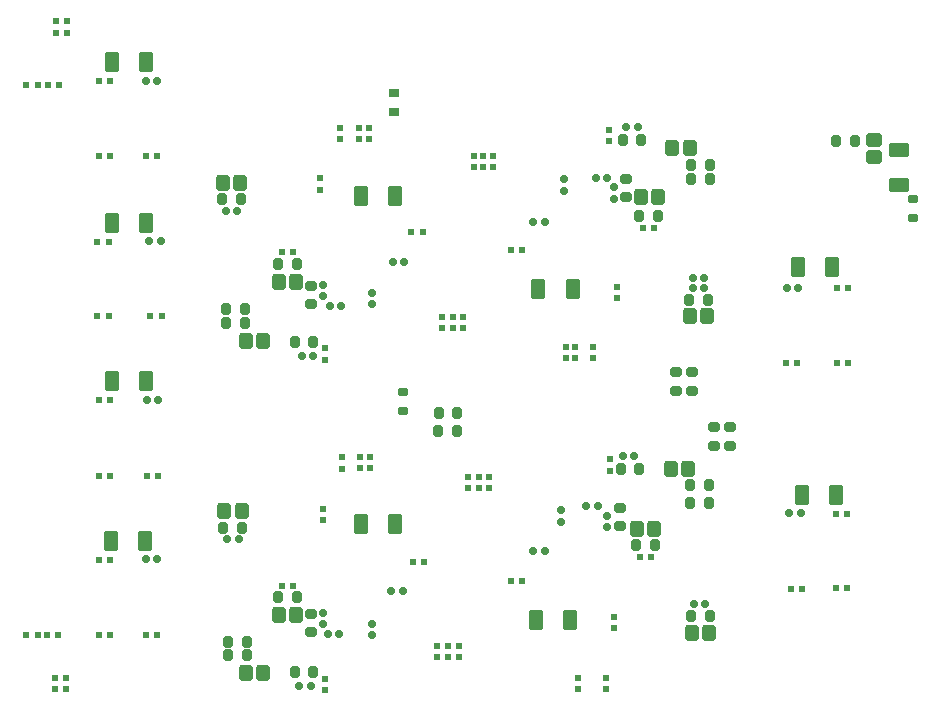
<source format=gbp>
G04*
G04 #@! TF.GenerationSoftware,Altium Limited,Altium Designer,23.9.2 (47)*
G04*
G04 Layer_Color=128*
%FSLAX25Y25*%
%MOIN*%
G70*
G04*
G04 #@! TF.SameCoordinates,282F133A-872F-418E-B260-DD41B2CE053A*
G04*
G04*
G04 #@! TF.FilePolarity,Positive*
G04*
G01*
G75*
G04:AMPARAMS|DCode=25|XSize=25.2mil|YSize=23.62mil|CornerRadius=4.72mil|HoleSize=0mil|Usage=FLASHONLY|Rotation=90.000|XOffset=0mil|YOffset=0mil|HoleType=Round|Shape=RoundedRectangle|*
%AMROUNDEDRECTD25*
21,1,0.02520,0.01417,0,0,90.0*
21,1,0.01575,0.02362,0,0,90.0*
1,1,0.00945,0.00709,0.00787*
1,1,0.00945,0.00709,-0.00787*
1,1,0.00945,-0.00709,-0.00787*
1,1,0.00945,-0.00709,0.00787*
%
%ADD25ROUNDEDRECTD25*%
G04:AMPARAMS|DCode=26|XSize=21.65mil|YSize=19.68mil|CornerRadius=3.94mil|HoleSize=0mil|Usage=FLASHONLY|Rotation=270.000|XOffset=0mil|YOffset=0mil|HoleType=Round|Shape=RoundedRectangle|*
%AMROUNDEDRECTD26*
21,1,0.02165,0.01181,0,0,270.0*
21,1,0.01378,0.01968,0,0,270.0*
1,1,0.00787,-0.00591,-0.00689*
1,1,0.00787,-0.00591,0.00689*
1,1,0.00787,0.00591,0.00689*
1,1,0.00787,0.00591,-0.00689*
%
%ADD26ROUNDEDRECTD26*%
G04:AMPARAMS|DCode=27|XSize=21.65mil|YSize=19.68mil|CornerRadius=3.94mil|HoleSize=0mil|Usage=FLASHONLY|Rotation=180.000|XOffset=0mil|YOffset=0mil|HoleType=Round|Shape=RoundedRectangle|*
%AMROUNDEDRECTD27*
21,1,0.02165,0.01181,0,0,180.0*
21,1,0.01378,0.01968,0,0,180.0*
1,1,0.00787,-0.00689,0.00591*
1,1,0.00787,0.00689,0.00591*
1,1,0.00787,0.00689,-0.00591*
1,1,0.00787,-0.00689,-0.00591*
%
%ADD27ROUNDEDRECTD27*%
G04:AMPARAMS|DCode=28|XSize=23mil|YSize=20mil|CornerRadius=3.1mil|HoleSize=0mil|Usage=FLASHONLY|Rotation=90.000|XOffset=0mil|YOffset=0mil|HoleType=Round|Shape=RoundedRectangle|*
%AMROUNDEDRECTD28*
21,1,0.02300,0.01380,0,0,90.0*
21,1,0.01680,0.02000,0,0,90.0*
1,1,0.00620,0.00690,0.00840*
1,1,0.00620,0.00690,-0.00840*
1,1,0.00620,-0.00690,-0.00840*
1,1,0.00620,-0.00690,0.00840*
%
%ADD28ROUNDEDRECTD28*%
G04:AMPARAMS|DCode=29|XSize=25.2mil|YSize=23.62mil|CornerRadius=4.72mil|HoleSize=0mil|Usage=FLASHONLY|Rotation=0.000|XOffset=0mil|YOffset=0mil|HoleType=Round|Shape=RoundedRectangle|*
%AMROUNDEDRECTD29*
21,1,0.02520,0.01417,0,0,0.0*
21,1,0.01575,0.02362,0,0,0.0*
1,1,0.00945,0.00787,-0.00709*
1,1,0.00945,-0.00787,-0.00709*
1,1,0.00945,-0.00787,0.00709*
1,1,0.00945,0.00787,0.00709*
%
%ADD29ROUNDEDRECTD29*%
G04:AMPARAMS|DCode=43|XSize=35.43mil|YSize=29.53mil|CornerRadius=5.91mil|HoleSize=0mil|Usage=FLASHONLY|Rotation=180.000|XOffset=0mil|YOffset=0mil|HoleType=Round|Shape=RoundedRectangle|*
%AMROUNDEDRECTD43*
21,1,0.03543,0.01772,0,0,180.0*
21,1,0.02362,0.02953,0,0,180.0*
1,1,0.01181,-0.01181,0.00886*
1,1,0.01181,0.01181,0.00886*
1,1,0.01181,0.01181,-0.00886*
1,1,0.01181,-0.01181,-0.00886*
%
%ADD43ROUNDEDRECTD43*%
G04:AMPARAMS|DCode=54|XSize=37.4mil|YSize=33.47mil|CornerRadius=6.69mil|HoleSize=0mil|Usage=FLASHONLY|Rotation=270.000|XOffset=0mil|YOffset=0mil|HoleType=Round|Shape=RoundedRectangle|*
%AMROUNDEDRECTD54*
21,1,0.03740,0.02008,0,0,270.0*
21,1,0.02402,0.03347,0,0,270.0*
1,1,0.01339,-0.01004,-0.01201*
1,1,0.01339,-0.01004,0.01201*
1,1,0.01339,0.01004,0.01201*
1,1,0.01339,0.01004,-0.01201*
%
%ADD54ROUNDEDRECTD54*%
G04:AMPARAMS|DCode=55|XSize=45.45mil|YSize=53.39mil|CornerRadius=9.09mil|HoleSize=0mil|Usage=FLASHONLY|Rotation=0.000|XOffset=0mil|YOffset=0mil|HoleType=Round|Shape=RoundedRectangle|*
%AMROUNDEDRECTD55*
21,1,0.04545,0.03521,0,0,0.0*
21,1,0.02727,0.05339,0,0,0.0*
1,1,0.01818,0.01364,-0.01761*
1,1,0.01818,-0.01364,-0.01761*
1,1,0.01818,-0.01364,0.01761*
1,1,0.01818,0.01364,0.01761*
%
%ADD55ROUNDEDRECTD55*%
G04:AMPARAMS|DCode=62|XSize=37.4mil|YSize=33.47mil|CornerRadius=6.69mil|HoleSize=0mil|Usage=FLASHONLY|Rotation=0.000|XOffset=0mil|YOffset=0mil|HoleType=Round|Shape=RoundedRectangle|*
%AMROUNDEDRECTD62*
21,1,0.03740,0.02008,0,0,0.0*
21,1,0.02402,0.03347,0,0,0.0*
1,1,0.01339,0.01201,-0.01004*
1,1,0.01339,-0.01201,-0.01004*
1,1,0.01339,-0.01201,0.01004*
1,1,0.01339,0.01201,0.01004*
%
%ADD62ROUNDEDRECTD62*%
G04:AMPARAMS|DCode=64|XSize=68.9mil|YSize=47.24mil|CornerRadius=9.45mil|HoleSize=0mil|Usage=FLASHONLY|Rotation=180.000|XOffset=0mil|YOffset=0mil|HoleType=Round|Shape=RoundedRectangle|*
%AMROUNDEDRECTD64*
21,1,0.06890,0.02835,0,0,180.0*
21,1,0.05000,0.04724,0,0,180.0*
1,1,0.01890,-0.02500,0.01417*
1,1,0.01890,0.02500,0.01417*
1,1,0.01890,0.02500,-0.01417*
1,1,0.01890,-0.02500,-0.01417*
%
%ADD64ROUNDEDRECTD64*%
G04:AMPARAMS|DCode=113|XSize=35.43mil|YSize=29.53mil|CornerRadius=7.38mil|HoleSize=0mil|Usage=FLASHONLY|Rotation=0.000|XOffset=0mil|YOffset=0mil|HoleType=Round|Shape=RoundedRectangle|*
%AMROUNDEDRECTD113*
21,1,0.03543,0.01476,0,0,0.0*
21,1,0.02067,0.02953,0,0,0.0*
1,1,0.01476,0.01034,-0.00738*
1,1,0.01476,-0.01034,-0.00738*
1,1,0.01476,-0.01034,0.00738*
1,1,0.01476,0.01034,0.00738*
%
%ADD113ROUNDEDRECTD113*%
G04:AMPARAMS|DCode=115|XSize=68.9mil|YSize=47.24mil|CornerRadius=9.45mil|HoleSize=0mil|Usage=FLASHONLY|Rotation=90.000|XOffset=0mil|YOffset=0mil|HoleType=Round|Shape=RoundedRectangle|*
%AMROUNDEDRECTD115*
21,1,0.06890,0.02835,0,0,90.0*
21,1,0.05000,0.04724,0,0,90.0*
1,1,0.01890,0.01417,0.02500*
1,1,0.01890,0.01417,-0.02500*
1,1,0.01890,-0.01417,-0.02500*
1,1,0.01890,-0.01417,0.02500*
%
%ADD115ROUNDEDRECTD115*%
G04:AMPARAMS|DCode=116|XSize=45.45mil|YSize=53.39mil|CornerRadius=9.09mil|HoleSize=0mil|Usage=FLASHONLY|Rotation=90.000|XOffset=0mil|YOffset=0mil|HoleType=Round|Shape=RoundedRectangle|*
%AMROUNDEDRECTD116*
21,1,0.04545,0.03521,0,0,90.0*
21,1,0.02727,0.05339,0,0,90.0*
1,1,0.01818,0.01761,0.01364*
1,1,0.01818,0.01761,-0.01364*
1,1,0.01818,-0.01761,-0.01364*
1,1,0.01818,-0.01761,0.01364*
%
%ADD116ROUNDEDRECTD116*%
G04:AMPARAMS|DCode=123|XSize=23mil|YSize=20mil|CornerRadius=4.25mil|HoleSize=0mil|Usage=FLASHONLY|Rotation=90.000|XOffset=0mil|YOffset=0mil|HoleType=Round|Shape=RoundedRectangle|*
%AMROUNDEDRECTD123*
21,1,0.02300,0.01150,0,0,90.0*
21,1,0.01450,0.02000,0,0,90.0*
1,1,0.00850,0.00575,0.00725*
1,1,0.00850,0.00575,-0.00725*
1,1,0.00850,-0.00575,-0.00725*
1,1,0.00850,-0.00575,0.00725*
%
%ADD123ROUNDEDRECTD123*%
G04:AMPARAMS|DCode=124|XSize=31mil|YSize=37mil|CornerRadius=5.3mil|HoleSize=0mil|Usage=FLASHONLY|Rotation=180.000|XOffset=0mil|YOffset=0mil|HoleType=Round|Shape=RoundedRectangle|*
%AMROUNDEDRECTD124*
21,1,0.03100,0.02640,0,0,180.0*
21,1,0.02040,0.03700,0,0,180.0*
1,1,0.01060,-0.01020,0.01320*
1,1,0.01060,0.01020,0.01320*
1,1,0.01060,0.01020,-0.01320*
1,1,0.01060,-0.01020,-0.01320*
%
%ADD124ROUNDEDRECTD124*%
G04:AMPARAMS|DCode=125|XSize=31mil|YSize=37mil|CornerRadius=5.3mil|HoleSize=0mil|Usage=FLASHONLY|Rotation=90.000|XOffset=0mil|YOffset=0mil|HoleType=Round|Shape=RoundedRectangle|*
%AMROUNDEDRECTD125*
21,1,0.03100,0.02640,0,0,90.0*
21,1,0.02040,0.03700,0,0,90.0*
1,1,0.01060,0.01320,0.01020*
1,1,0.01060,0.01320,-0.01020*
1,1,0.01060,-0.01320,-0.01020*
1,1,0.01060,-0.01320,0.01020*
%
%ADD125ROUNDEDRECTD125*%
D25*
X273307Y141732D02*
D03*
X277087D02*
D03*
X274095Y66535D02*
D03*
X277874D02*
D03*
X60709Y157480D02*
D03*
X64488D02*
D03*
X59527Y210630D02*
D03*
X63307D02*
D03*
X59527Y51279D02*
D03*
X63307D02*
D03*
X145591Y150394D02*
D03*
X141811D02*
D03*
X245590Y144882D02*
D03*
X241811D02*
D03*
X210157Y68898D02*
D03*
X206378D02*
D03*
X218583Y85827D02*
D03*
X222362D02*
D03*
X242205Y36220D02*
D03*
X245984D02*
D03*
X188661Y53937D02*
D03*
X192441D02*
D03*
X141417Y40551D02*
D03*
X145197D02*
D03*
X123937Y26378D02*
D03*
X120158D02*
D03*
X86693Y57874D02*
D03*
X90473D02*
D03*
X110709Y9055D02*
D03*
X114488D02*
D03*
X63701Y104232D02*
D03*
X59921D02*
D03*
X209528Y178347D02*
D03*
X213307D02*
D03*
X223543Y195276D02*
D03*
X219764D02*
D03*
X192441Y163779D02*
D03*
X188661D02*
D03*
X245590Y141732D02*
D03*
X241811D02*
D03*
X124724Y135827D02*
D03*
X120945D02*
D03*
X111496Y118898D02*
D03*
X115276D02*
D03*
X86299Y167323D02*
D03*
X90079D02*
D03*
D26*
X47539Y79134D02*
D03*
X43799D02*
D03*
X47539Y104331D02*
D03*
X43799D02*
D03*
X293602Y141732D02*
D03*
X289862D02*
D03*
X293602Y116535D02*
D03*
X289862D02*
D03*
X47539Y210630D02*
D03*
X43799D02*
D03*
X47539Y185827D02*
D03*
X43799D02*
D03*
X47539Y25984D02*
D03*
X43799D02*
D03*
X47539Y51181D02*
D03*
X43799D02*
D03*
X224114Y51968D02*
D03*
X227854D02*
D03*
X104823Y42520D02*
D03*
X108563D02*
D03*
X289560Y41569D02*
D03*
X293300D02*
D03*
X289560Y66373D02*
D03*
X293300D02*
D03*
X229035Y161811D02*
D03*
X225295D02*
D03*
X43406Y157087D02*
D03*
X47146D02*
D03*
X43406Y132283D02*
D03*
X47146D02*
D03*
X104823Y153543D02*
D03*
X108563D02*
D03*
D27*
X203543Y7972D02*
D03*
Y11713D02*
D03*
X212992Y7972D02*
D03*
Y11713D02*
D03*
X199606Y121949D02*
D03*
Y118209D02*
D03*
X202756D02*
D03*
Y121949D02*
D03*
X208661D02*
D03*
Y118209D02*
D03*
X124803Y85236D02*
D03*
Y81496D02*
D03*
X131102Y81595D02*
D03*
Y85335D02*
D03*
X134252D02*
D03*
Y81595D02*
D03*
X133858Y191437D02*
D03*
Y195177D02*
D03*
X130709D02*
D03*
Y191437D02*
D03*
X124409D02*
D03*
Y195177D02*
D03*
X214173Y84547D02*
D03*
Y80807D02*
D03*
X215748Y32185D02*
D03*
Y28445D02*
D03*
X118504Y68012D02*
D03*
Y64272D02*
D03*
X119291Y11319D02*
D03*
Y7579D02*
D03*
X170472Y74902D02*
D03*
Y78642D02*
D03*
X174016Y74902D02*
D03*
Y78642D02*
D03*
X166929D02*
D03*
Y74902D02*
D03*
X156693Y18602D02*
D03*
Y22343D02*
D03*
X160236Y18602D02*
D03*
Y22343D02*
D03*
X163779D02*
D03*
Y18602D02*
D03*
X213779Y190650D02*
D03*
Y194390D02*
D03*
X216535Y138287D02*
D03*
Y142028D02*
D03*
X175197Y181988D02*
D03*
Y185728D02*
D03*
X172047Y181988D02*
D03*
Y185728D02*
D03*
X168898Y185728D02*
D03*
Y181988D02*
D03*
X158268Y132185D02*
D03*
Y128445D02*
D03*
X161811Y132185D02*
D03*
Y128445D02*
D03*
X165354D02*
D03*
Y132185D02*
D03*
X117717Y178248D02*
D03*
Y174508D02*
D03*
X119291Y121555D02*
D03*
Y117815D02*
D03*
D28*
X272903Y116535D02*
D03*
X276703D02*
D03*
X23553Y25984D02*
D03*
X19753D02*
D03*
X23553Y209449D02*
D03*
X19753D02*
D03*
X26840D02*
D03*
X30640D02*
D03*
X33396Y226772D02*
D03*
X29596D02*
D03*
X33396Y230709D02*
D03*
X29596D02*
D03*
X63317Y185827D02*
D03*
X59517D02*
D03*
X63317Y25984D02*
D03*
X59517D02*
D03*
X30246D02*
D03*
X26447D02*
D03*
X29202Y11811D02*
D03*
X33002D02*
D03*
Y7874D02*
D03*
X29202D02*
D03*
X278278Y41339D02*
D03*
X274478D02*
D03*
X63711Y79134D02*
D03*
X59911D02*
D03*
X64892Y132283D02*
D03*
X61092D02*
D03*
D29*
X198031Y67638D02*
D03*
Y63858D02*
D03*
X213386Y65669D02*
D03*
Y61890D02*
D03*
X135039Y29842D02*
D03*
Y26063D02*
D03*
X118504Y33386D02*
D03*
Y29606D02*
D03*
X215604Y171467D02*
D03*
Y175247D02*
D03*
X198819Y174094D02*
D03*
Y177874D02*
D03*
X118504Y142835D02*
D03*
Y139055D02*
D03*
X135039Y140079D02*
D03*
Y136299D02*
D03*
D43*
X315354Y171260D02*
D03*
Y164961D02*
D03*
X145276Y100787D02*
D03*
Y107087D02*
D03*
D54*
X163386Y94095D02*
D03*
X157087D02*
D03*
X247244Y70079D02*
D03*
X240945D02*
D03*
X103543Y149606D02*
D03*
X109843D02*
D03*
X289764Y190551D02*
D03*
X296063D02*
D03*
X240945Y75984D02*
D03*
X247244D02*
D03*
X229134Y55905D02*
D03*
X222835D02*
D03*
X241339Y32283D02*
D03*
X247638D02*
D03*
X109843Y38583D02*
D03*
X103543D02*
D03*
X85433Y61811D02*
D03*
X91732D02*
D03*
X87008Y23622D02*
D03*
X93307D02*
D03*
X87008Y19291D02*
D03*
X93307D02*
D03*
X230315Y165748D02*
D03*
X224016D02*
D03*
X247638Y182677D02*
D03*
X241339D02*
D03*
X247638Y177953D02*
D03*
X241339D02*
D03*
X246850Y137795D02*
D03*
X240551D02*
D03*
X86221Y134646D02*
D03*
X92520D02*
D03*
X86221Y129921D02*
D03*
X92520D02*
D03*
X85039Y171260D02*
D03*
X91339D02*
D03*
D55*
X223126Y61417D02*
D03*
X228842D02*
D03*
X247346Y26772D02*
D03*
X241630D02*
D03*
X234544Y81496D02*
D03*
X240259D02*
D03*
X230417Y172047D02*
D03*
X224701D02*
D03*
X240843Y132283D02*
D03*
X246559D02*
D03*
X240794Y188339D02*
D03*
X235078D02*
D03*
X91440Y67323D02*
D03*
X85725D02*
D03*
X103835Y32677D02*
D03*
X109551D02*
D03*
X92812Y13386D02*
D03*
X98527D02*
D03*
X103835Y143701D02*
D03*
X109551D02*
D03*
X91047Y176772D02*
D03*
X85331D02*
D03*
X98527Y124016D02*
D03*
X92812D02*
D03*
D62*
X254331Y95276D02*
D03*
Y88976D02*
D03*
X248819Y95276D02*
D03*
Y88976D02*
D03*
X236221Y107480D02*
D03*
Y113779D02*
D03*
X241732Y107480D02*
D03*
Y113779D02*
D03*
D64*
X310630Y176181D02*
D03*
Y187598D02*
D03*
D113*
X142126Y206693D02*
D03*
Y200394D02*
D03*
D115*
X59646Y216929D02*
D03*
X48228D02*
D03*
X59252Y57480D02*
D03*
X47835D02*
D03*
X131299Y172441D02*
D03*
X142717D02*
D03*
X200984Y31102D02*
D03*
X189567D02*
D03*
X142717Y62992D02*
D03*
X131299D02*
D03*
X278150Y72835D02*
D03*
X289567D02*
D03*
X48228Y110630D02*
D03*
X59646D02*
D03*
X288386Y148819D02*
D03*
X276969D02*
D03*
X190354Y141339D02*
D03*
X201772D02*
D03*
X48228Y163386D02*
D03*
X59646D02*
D03*
D116*
X302362Y185331D02*
D03*
Y191047D02*
D03*
D123*
X181171Y44094D02*
D03*
X184971D02*
D03*
X148494Y50394D02*
D03*
X152294D02*
D03*
X181239Y154331D02*
D03*
X185039D02*
D03*
X148100Y160236D02*
D03*
X151900D02*
D03*
D124*
X163248Y100000D02*
D03*
X157224D02*
D03*
X223878Y81496D02*
D03*
X217854D02*
D03*
X109193Y13780D02*
D03*
X115217D02*
D03*
X218642Y190945D02*
D03*
X224665D02*
D03*
X115217Y123622D02*
D03*
X109193D02*
D03*
D125*
X217717Y62343D02*
D03*
Y68366D02*
D03*
X114567Y26909D02*
D03*
Y32933D02*
D03*
X219685Y177953D02*
D03*
Y171929D02*
D03*
X114567Y136358D02*
D03*
Y142382D02*
D03*
M02*

</source>
